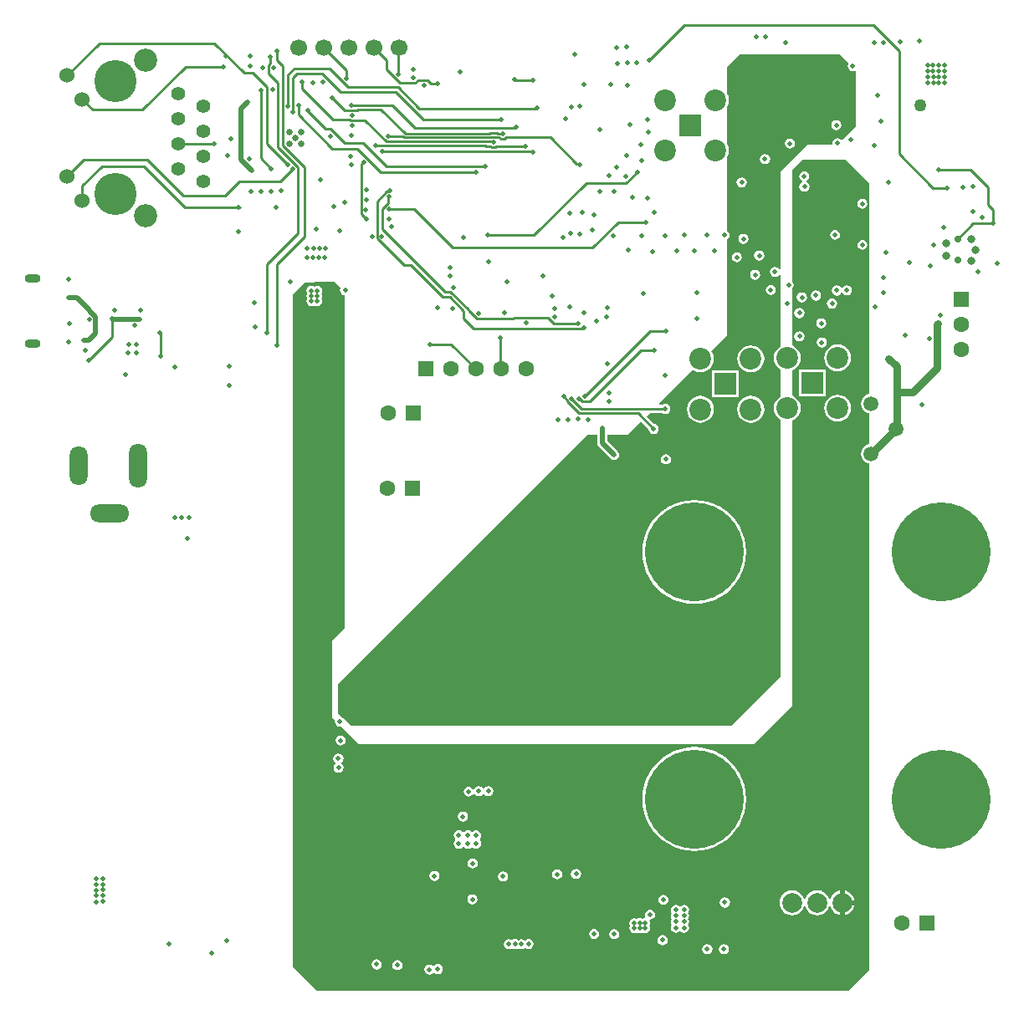
<source format=gbl>
G04*
G04 #@! TF.GenerationSoftware,Altium Limited,Altium Designer,21.2.1 (34)*
G04*
G04 Layer_Physical_Order=4*
G04 Layer_Color=16711680*
%FSAX24Y24*%
%MOIN*%
G70*
G04*
G04 #@! TF.SameCoordinates,274D9A25-BBB1-47C8-A32C-90C4575193A4*
G04*
G04*
G04 #@! TF.FilePolarity,Positive*
G04*
G01*
G75*
%ADD14C,0.0100*%
%ADD168C,0.0600*%
%ADD169C,0.0300*%
%ADD170C,0.0200*%
%ADD172C,0.0500*%
%ADD184C,0.0866*%
%ADD185R,0.0866X0.0866*%
%ADD186R,0.0630X0.0630*%
%ADD187C,0.0630*%
%ADD188C,0.0591*%
%ADD189R,0.0630X0.0630*%
%ADD190C,0.0276*%
%ADD191C,0.0315*%
%ADD192C,0.0669*%
%ADD193O,0.0630X0.0354*%
%ADD194O,0.0709X0.1575*%
%ADD195O,0.1575X0.0709*%
%ADD196O,0.0709X0.1772*%
%ADD197C,0.3937*%
%ADD198C,0.0787*%
%ADD199C,0.0602*%
%ADD200C,0.0550*%
%ADD201C,0.0927*%
%ADD202C,0.1680*%
%ADD203C,0.0197*%
%ADD204C,0.0260*%
%ADD205C,0.0500*%
G36*
X048479Y052761D02*
X048463Y052737D01*
X048448Y052660D01*
X048463Y052583D01*
X048507Y052517D01*
X048573Y052473D01*
X048650Y052458D01*
X048710Y052470D01*
X048752Y052444D01*
X048760Y052435D01*
Y050250D01*
X048225Y049715D01*
X048175Y049720D01*
X048173Y049723D01*
X048107Y049767D01*
X048030Y049782D01*
X047953Y049767D01*
X047887Y049723D01*
X047843Y049657D01*
X047828Y049580D01*
X047830Y049569D01*
X047798Y049530D01*
X046840D01*
X045770Y048460D01*
X045770Y044573D01*
X045720Y044558D01*
X045694Y044597D01*
X045628Y044641D01*
X045551Y044656D01*
X045473Y044641D01*
X045408Y044597D01*
X045364Y044532D01*
X045349Y044454D01*
X045364Y044377D01*
X045408Y044311D01*
X045473Y044267D01*
X045551Y044252D01*
X045628Y044267D01*
X045694Y044311D01*
X045720Y044350D01*
X045770Y044335D01*
Y041491D01*
X045767Y041490D01*
X045656Y041404D01*
X045570Y041293D01*
X045517Y041163D01*
X045498Y041024D01*
X045517Y040885D01*
X045570Y040755D01*
X045656Y040644D01*
X045767Y040558D01*
X045770Y040557D01*
Y039483D01*
X045767Y039482D01*
X045656Y039396D01*
X045570Y039285D01*
X045517Y039155D01*
X045498Y039016D01*
X045517Y038877D01*
X045570Y038747D01*
X045656Y038636D01*
X045767Y038550D01*
X045770Y038549D01*
X045770Y028320D01*
X043810Y026360D01*
X028650Y026360D01*
X028365Y026645D01*
X028353Y026663D01*
X028335Y026675D01*
X028150Y026860D01*
Y028040D01*
X038070Y037960D01*
X038466D01*
Y037630D01*
X038482Y037552D01*
X038526Y037486D01*
X038996Y037016D01*
X039062Y036972D01*
X039140Y036956D01*
X039218Y036972D01*
X039284Y037016D01*
X039328Y037082D01*
X039344Y037160D01*
X039328Y037238D01*
X039284Y037304D01*
X038874Y037714D01*
Y037960D01*
X039690D01*
X040207Y038477D01*
X040511Y038173D01*
X040523Y038113D01*
X040567Y038047D01*
X040633Y038003D01*
X040710Y037988D01*
X040787Y038003D01*
X040853Y038047D01*
X040897Y038113D01*
X040912Y038190D01*
X040897Y038267D01*
X040853Y038333D01*
X040787Y038377D01*
X040727Y038389D01*
X040423Y038693D01*
X040567Y038837D01*
X041052D01*
X041103Y038803D01*
X041180Y038788D01*
X041257Y038803D01*
X041323Y038847D01*
X041367Y038913D01*
X041382Y038990D01*
X041367Y039067D01*
X041323Y039133D01*
X041257Y039177D01*
X041180Y039192D01*
X041103Y039177D01*
X041052Y039143D01*
X040938D01*
X040919Y039189D01*
X042274Y040544D01*
X042307Y040518D01*
X042437Y040465D01*
X042576Y040446D01*
X042715Y040465D01*
X042845Y040518D01*
X042956Y040604D01*
X043042Y040715D01*
X043095Y040845D01*
X043114Y040984D01*
X043095Y041123D01*
X043042Y041253D01*
X043016Y041286D01*
X043640Y041910D01*
X043640Y045748D01*
X043683Y045777D01*
X043727Y045843D01*
X043742Y045920D01*
X043727Y045997D01*
X043683Y046063D01*
X043640Y046092D01*
Y049028D01*
X043693Y049157D01*
X043712Y049296D01*
X043693Y049435D01*
X043640Y049564D01*
Y051036D01*
X043693Y051165D01*
X043712Y051304D01*
X043693Y051443D01*
X043640Y051572D01*
Y051970D01*
Y052600D01*
X044150Y053110D01*
X048130D01*
X048479Y052761D01*
D02*
G37*
G36*
X049310Y047990D02*
Y039589D01*
X049277Y039585D01*
X049181Y039545D01*
X049098Y039482D01*
X049035Y039399D01*
X048995Y039303D01*
X048981Y039200D01*
X048995Y039097D01*
X049035Y039001D01*
X049098Y038918D01*
X049181Y038855D01*
X049277Y038815D01*
X049310Y038811D01*
Y037589D01*
X049277Y037585D01*
X049181Y037545D01*
X049098Y037482D01*
X049035Y037399D01*
X048995Y037303D01*
X048981Y037200D01*
X048995Y037097D01*
X049035Y037001D01*
X049098Y036918D01*
X049181Y036855D01*
X049277Y036815D01*
X049310Y036811D01*
X049310Y016610D01*
X048490Y015790D01*
X027290D01*
X026350Y016730D01*
Y043560D01*
X026830Y044040D01*
X027540Y044050D01*
X028010D01*
X028245Y043815D01*
X028234Y043798D01*
X028218Y043721D01*
X028234Y043643D01*
X028277Y043577D01*
X028343Y043534D01*
X028390Y043524D01*
Y030260D01*
X027890Y029760D01*
Y026700D01*
X028018Y026572D01*
X028008Y026520D01*
X028023Y026443D01*
X028067Y026377D01*
X028133Y026333D01*
X028210Y026318D01*
X028262Y026328D01*
X028970Y025620D01*
X044710Y025620D01*
X046230Y027140D01*
Y038519D01*
X046305Y038550D01*
X046416Y038636D01*
X046502Y038747D01*
X046555Y038877D01*
X046574Y039016D01*
X046555Y039155D01*
X046502Y039285D01*
X046416Y039396D01*
X046305Y039482D01*
X046230Y039513D01*
Y040527D01*
X046305Y040558D01*
X046416Y040644D01*
X046502Y040755D01*
X046555Y040885D01*
X046574Y041024D01*
X046555Y041163D01*
X046502Y041293D01*
X046416Y041404D01*
X046305Y041490D01*
X046230Y041521D01*
Y043785D01*
X046233Y043787D01*
X046277Y043853D01*
X046292Y043930D01*
X046277Y044007D01*
X046233Y044073D01*
X046230Y044075D01*
Y048520D01*
X046650Y048940D01*
X048360Y048940D01*
X049310Y047990D01*
D02*
G37*
%LPC*%
G36*
X047990Y050502D02*
X047913Y050487D01*
X047847Y050443D01*
X047803Y050377D01*
X047788Y050300D01*
X047803Y050223D01*
X047847Y050157D01*
X047913Y050113D01*
X047990Y050098D01*
X048067Y050113D01*
X048133Y050157D01*
X048177Y050223D01*
X048192Y050300D01*
X048177Y050377D01*
X048133Y050443D01*
X048067Y050487D01*
X047990Y050502D01*
D02*
G37*
G36*
X046140Y049772D02*
X046063Y049757D01*
X045997Y049713D01*
X045953Y049647D01*
X045938Y049570D01*
X045953Y049493D01*
X045997Y049427D01*
X046063Y049383D01*
X046140Y049368D01*
X046217Y049383D01*
X046283Y049427D01*
X046327Y049493D01*
X046342Y049570D01*
X046327Y049647D01*
X046283Y049713D01*
X046217Y049757D01*
X046140Y049772D01*
D02*
G37*
G36*
X045150Y049152D02*
X045073Y049137D01*
X045007Y049093D01*
X044963Y049027D01*
X044948Y048950D01*
X044963Y048873D01*
X045007Y048807D01*
X045073Y048763D01*
X045150Y048748D01*
X045227Y048763D01*
X045293Y048807D01*
X045337Y048873D01*
X045352Y048950D01*
X045337Y049027D01*
X045293Y049093D01*
X045227Y049137D01*
X045150Y049152D01*
D02*
G37*
G36*
X044220Y048222D02*
X044143Y048207D01*
X044077Y048163D01*
X044033Y048097D01*
X044018Y048020D01*
X044033Y047943D01*
X044077Y047877D01*
X044143Y047833D01*
X044220Y047818D01*
X044297Y047833D01*
X044363Y047877D01*
X044407Y047943D01*
X044422Y048020D01*
X044407Y048097D01*
X044363Y048163D01*
X044297Y048207D01*
X044220Y048222D01*
D02*
G37*
G36*
X044290Y045972D02*
X044213Y045957D01*
X044147Y045913D01*
X044103Y045847D01*
X044088Y045770D01*
X044103Y045693D01*
X044147Y045627D01*
X044213Y045583D01*
X044290Y045568D01*
X044367Y045583D01*
X044433Y045627D01*
X044477Y045693D01*
X044492Y045770D01*
X044477Y045847D01*
X044433Y045913D01*
X044367Y045957D01*
X044290Y045972D01*
D02*
G37*
G36*
X044920Y045302D02*
X044843Y045287D01*
X044777Y045243D01*
X044733Y045177D01*
X044718Y045100D01*
X044733Y045023D01*
X044777Y044957D01*
X044843Y044913D01*
X044920Y044898D01*
X044997Y044913D01*
X045063Y044957D01*
X045107Y045023D01*
X045122Y045100D01*
X045107Y045177D01*
X045063Y045243D01*
X044997Y045287D01*
X044920Y045302D01*
D02*
G37*
G36*
X044030Y045242D02*
X043953Y045227D01*
X043887Y045183D01*
X043843Y045117D01*
X043828Y045040D01*
X043843Y044963D01*
X043887Y044897D01*
X043953Y044853D01*
X044030Y044838D01*
X044107Y044853D01*
X044173Y044897D01*
X044217Y044963D01*
X044232Y045040D01*
X044217Y045117D01*
X044173Y045183D01*
X044107Y045227D01*
X044030Y045242D01*
D02*
G37*
G36*
X044760Y044542D02*
X044683Y044527D01*
X044617Y044483D01*
X044573Y044417D01*
X044558Y044340D01*
X044573Y044263D01*
X044617Y044197D01*
X044683Y044153D01*
X044760Y044138D01*
X044837Y044153D01*
X044903Y044197D01*
X044947Y044263D01*
X044962Y044340D01*
X044947Y044417D01*
X044903Y044483D01*
X044837Y044527D01*
X044760Y044542D01*
D02*
G37*
G36*
X045380Y043932D02*
X045303Y043917D01*
X045237Y043873D01*
X045193Y043807D01*
X045178Y043730D01*
X045193Y043653D01*
X045237Y043587D01*
X045303Y043543D01*
X045380Y043528D01*
X045457Y043543D01*
X045523Y043587D01*
X045567Y043653D01*
X045582Y043730D01*
X045567Y043807D01*
X045523Y043873D01*
X045457Y043917D01*
X045380Y043932D01*
D02*
G37*
G36*
X044584Y041522D02*
X044445Y041503D01*
X044315Y041450D01*
X044204Y041364D01*
X044118Y041253D01*
X044065Y041123D01*
X044046Y040984D01*
X044065Y040845D01*
X044118Y040715D01*
X044204Y040604D01*
X044315Y040518D01*
X044445Y040465D01*
X044584Y040446D01*
X044723Y040465D01*
X044853Y040518D01*
X044964Y040604D01*
X045050Y040715D01*
X045103Y040845D01*
X045122Y040984D01*
X045103Y041123D01*
X045050Y041253D01*
X044964Y041364D01*
X044853Y041450D01*
X044723Y041503D01*
X044584Y041522D01*
D02*
G37*
G36*
X044113Y040513D02*
X043047D01*
Y039447D01*
X044113D01*
Y040513D01*
D02*
G37*
G36*
X044584Y039514D02*
X044445Y039495D01*
X044315Y039442D01*
X044204Y039356D01*
X044118Y039245D01*
X044065Y039115D01*
X044046Y038976D01*
X044065Y038837D01*
X044118Y038707D01*
X044204Y038596D01*
X044315Y038510D01*
X044445Y038457D01*
X044584Y038438D01*
X044723Y038457D01*
X044853Y038510D01*
X044964Y038596D01*
X045050Y038707D01*
X045103Y038837D01*
X045122Y038976D01*
X045103Y039115D01*
X045050Y039245D01*
X044964Y039356D01*
X044853Y039442D01*
X044723Y039495D01*
X044584Y039514D01*
D02*
G37*
G36*
X042576D02*
X042437Y039495D01*
X042307Y039442D01*
X042196Y039356D01*
X042110Y039245D01*
X042057Y039115D01*
X042038Y038976D01*
X042057Y038837D01*
X042110Y038707D01*
X042196Y038596D01*
X042307Y038510D01*
X042437Y038457D01*
X042576Y038438D01*
X042715Y038457D01*
X042845Y038510D01*
X042956Y038596D01*
X043042Y038707D01*
X043095Y038837D01*
X043114Y038976D01*
X043095Y039115D01*
X043042Y039245D01*
X042956Y039356D01*
X042845Y039442D01*
X042715Y039495D01*
X042576Y039514D01*
D02*
G37*
G36*
X041200Y037182D02*
X041123Y037167D01*
X041057Y037123D01*
X041013Y037057D01*
X040998Y036980D01*
X041013Y036903D01*
X041057Y036837D01*
X041123Y036793D01*
X041200Y036778D01*
X041277Y036793D01*
X041343Y036837D01*
X041387Y036903D01*
X041402Y036980D01*
X041387Y037057D01*
X041343Y037123D01*
X041277Y037167D01*
X041200Y037182D01*
D02*
G37*
G36*
X042327Y035355D02*
X042057Y035338D01*
X041791Y035285D01*
X041534Y035198D01*
X041291Y035078D01*
X041066Y034927D01*
X040862Y034748D01*
X040683Y034544D01*
X040532Y034319D01*
X040412Y034076D01*
X040325Y033819D01*
X040272Y033553D01*
X040255Y033283D01*
X040272Y033012D01*
X040325Y032746D01*
X040412Y032489D01*
X040532Y032246D01*
X040683Y032021D01*
X040862Y031817D01*
X041066Y031638D01*
X041291Y031487D01*
X041534Y031367D01*
X041791Y031280D01*
X042057Y031227D01*
X042327Y031210D01*
X042598Y031227D01*
X042864Y031280D01*
X043121Y031367D01*
X043364Y031487D01*
X043589Y031638D01*
X043793Y031817D01*
X043972Y032021D01*
X044123Y032246D01*
X044243Y032489D01*
X044330Y032746D01*
X044383Y033012D01*
X044400Y033283D01*
X044383Y033553D01*
X044330Y033819D01*
X044243Y034076D01*
X044123Y034319D01*
X043972Y034544D01*
X043793Y034748D01*
X043589Y034927D01*
X043364Y035078D01*
X043121Y035198D01*
X042864Y035285D01*
X042598Y035338D01*
X042327Y035355D01*
D02*
G37*
G36*
X046710Y048462D02*
X046633Y048447D01*
X046567Y048403D01*
X046523Y048337D01*
X046508Y048260D01*
X046523Y048183D01*
X046567Y048117D01*
X046622Y048080D01*
X046626Y048040D01*
X046623Y048024D01*
X046577Y047993D01*
X046533Y047927D01*
X046518Y047850D01*
X046533Y047773D01*
X046577Y047707D01*
X046643Y047663D01*
X046720Y047648D01*
X046797Y047663D01*
X046863Y047707D01*
X046907Y047773D01*
X046922Y047850D01*
X046907Y047927D01*
X046863Y047993D01*
X046808Y048030D01*
X046804Y048070D01*
X046807Y048086D01*
X046853Y048117D01*
X046897Y048183D01*
X046912Y048260D01*
X046897Y048337D01*
X046853Y048403D01*
X046787Y048447D01*
X046710Y048462D01*
D02*
G37*
G36*
X049030Y047372D02*
X048953Y047357D01*
X048887Y047313D01*
X048843Y047247D01*
X048828Y047170D01*
X048843Y047093D01*
X048887Y047027D01*
X048953Y046983D01*
X049030Y046968D01*
X049107Y046983D01*
X049173Y047027D01*
X049217Y047093D01*
X049232Y047170D01*
X049217Y047247D01*
X049173Y047313D01*
X049107Y047357D01*
X049030Y047372D01*
D02*
G37*
G36*
X047940Y046132D02*
X047863Y046117D01*
X047797Y046073D01*
X047753Y046007D01*
X047738Y045930D01*
X047753Y045853D01*
X047797Y045787D01*
X047863Y045743D01*
X047940Y045728D01*
X048017Y045743D01*
X048083Y045787D01*
X048127Y045853D01*
X048142Y045930D01*
X048127Y046007D01*
X048083Y046073D01*
X048017Y046117D01*
X047940Y046132D01*
D02*
G37*
G36*
X049030Y045732D02*
X048953Y045717D01*
X048887Y045673D01*
X048843Y045607D01*
X048828Y045530D01*
X048843Y045453D01*
X048887Y045387D01*
X048953Y045343D01*
X049030Y045328D01*
X049107Y045343D01*
X049173Y045387D01*
X049217Y045453D01*
X049232Y045530D01*
X049217Y045607D01*
X049173Y045673D01*
X049107Y045717D01*
X049030Y045732D01*
D02*
G37*
G36*
X027300Y043902D02*
X027223Y043887D01*
X027190Y043865D01*
X027157Y043887D01*
X027080Y043902D01*
X027003Y043887D01*
X026937Y043843D01*
X026893Y043777D01*
X026878Y043700D01*
X026893Y043623D01*
X026912Y043595D01*
X026893Y043567D01*
X026878Y043490D01*
X026893Y043413D01*
X026908Y043390D01*
X026893Y043367D01*
X026878Y043290D01*
X026893Y043213D01*
X026937Y043147D01*
X027003Y043103D01*
X027080Y043088D01*
X027157Y043103D01*
X027190Y043125D01*
X027223Y043103D01*
X027300Y043088D01*
X027377Y043103D01*
X027443Y043147D01*
X027487Y043213D01*
X027502Y043290D01*
X027487Y043367D01*
X027472Y043390D01*
X027487Y043413D01*
X027502Y043490D01*
X027487Y043567D01*
X027468Y043595D01*
X027487Y043623D01*
X027502Y043700D01*
X027487Y043777D01*
X027443Y043843D01*
X027377Y043887D01*
X027300Y043902D01*
D02*
G37*
G36*
X048410Y043922D02*
X048333Y043907D01*
X048267Y043863D01*
X048237Y043818D01*
X048180Y043814D01*
X048179Y043814D01*
X048153Y043853D01*
X048087Y043897D01*
X048010Y043912D01*
X047933Y043897D01*
X047867Y043853D01*
X047823Y043787D01*
X047808Y043710D01*
X047823Y043633D01*
X047867Y043567D01*
X047933Y043523D01*
X048010Y043508D01*
X048087Y043523D01*
X048153Y043567D01*
X048183Y043612D01*
X048240Y043616D01*
X048241Y043616D01*
X048267Y043577D01*
X048333Y043533D01*
X048410Y043518D01*
X048487Y043533D01*
X048553Y043577D01*
X048597Y043643D01*
X048612Y043720D01*
X048597Y043797D01*
X048553Y043863D01*
X048487Y043907D01*
X048410Y043922D01*
D02*
G37*
G36*
X047180Y043712D02*
X047103Y043697D01*
X047037Y043653D01*
X046993Y043587D01*
X046978Y043510D01*
X046993Y043433D01*
X047037Y043367D01*
X047103Y043323D01*
X047180Y043308D01*
X047257Y043323D01*
X047323Y043367D01*
X047367Y043433D01*
X047382Y043510D01*
X047367Y043587D01*
X047323Y043653D01*
X047257Y043697D01*
X047180Y043712D01*
D02*
G37*
G36*
X046620Y043642D02*
X046543Y043627D01*
X046477Y043583D01*
X046433Y043517D01*
X046418Y043440D01*
X046433Y043363D01*
X046477Y043297D01*
X046543Y043253D01*
X046620Y043238D01*
X046697Y043253D01*
X046763Y043297D01*
X046807Y043363D01*
X046822Y043440D01*
X046807Y043517D01*
X046763Y043583D01*
X046697Y043627D01*
X046620Y043642D01*
D02*
G37*
G36*
X047820Y043392D02*
X047743Y043377D01*
X047677Y043333D01*
X047633Y043267D01*
X047618Y043190D01*
X047633Y043113D01*
X047677Y043047D01*
X047743Y043003D01*
X047820Y042988D01*
X047897Y043003D01*
X047963Y043047D01*
X048007Y043113D01*
X048022Y043190D01*
X048007Y043267D01*
X047963Y043333D01*
X047897Y043377D01*
X047820Y043392D01*
D02*
G37*
G36*
X046520Y043012D02*
X046443Y042997D01*
X046377Y042953D01*
X046333Y042887D01*
X046318Y042810D01*
X046333Y042733D01*
X046377Y042667D01*
X046443Y042623D01*
X046520Y042608D01*
X046597Y042623D01*
X046663Y042667D01*
X046707Y042733D01*
X046722Y042810D01*
X046707Y042887D01*
X046663Y042953D01*
X046597Y042997D01*
X046520Y043012D01*
D02*
G37*
G36*
X047390Y042602D02*
X047313Y042587D01*
X047247Y042543D01*
X047203Y042477D01*
X047188Y042400D01*
X047203Y042323D01*
X047247Y042257D01*
X047313Y042213D01*
X047390Y042198D01*
X047467Y042213D01*
X047533Y042257D01*
X047577Y042323D01*
X047592Y042400D01*
X047577Y042477D01*
X047533Y042543D01*
X047467Y042587D01*
X047390Y042602D01*
D02*
G37*
G36*
X046520Y042082D02*
X046443Y042067D01*
X046377Y042023D01*
X046333Y041957D01*
X046318Y041880D01*
X046333Y041803D01*
X046377Y041737D01*
X046443Y041693D01*
X046520Y041678D01*
X046597Y041693D01*
X046663Y041737D01*
X046707Y041803D01*
X046722Y041880D01*
X046707Y041957D01*
X046663Y042023D01*
X046597Y042067D01*
X046520Y042082D01*
D02*
G37*
G36*
X047410Y041842D02*
X047333Y041827D01*
X047267Y041783D01*
X047223Y041717D01*
X047208Y041640D01*
X047223Y041563D01*
X047267Y041497D01*
X047333Y041453D01*
X047410Y041438D01*
X047487Y041453D01*
X047553Y041497D01*
X047597Y041563D01*
X047612Y041640D01*
X047597Y041717D01*
X047553Y041783D01*
X047487Y041827D01*
X047410Y041842D01*
D02*
G37*
G36*
X048044Y041562D02*
X047905Y041543D01*
X047775Y041490D01*
X047664Y041404D01*
X047578Y041293D01*
X047525Y041163D01*
X047506Y041024D01*
X047525Y040885D01*
X047578Y040755D01*
X047664Y040644D01*
X047775Y040558D01*
X047905Y040505D01*
X048044Y040486D01*
X048183Y040505D01*
X048313Y040558D01*
X048424Y040644D01*
X048510Y040755D01*
X048563Y040885D01*
X048582Y041024D01*
X048563Y041163D01*
X048510Y041293D01*
X048424Y041404D01*
X048313Y041490D01*
X048183Y041543D01*
X048044Y041562D01*
D02*
G37*
G36*
X047573Y040553D02*
X046507D01*
Y039487D01*
X047573D01*
Y040553D01*
D02*
G37*
G36*
X048044Y039554D02*
X047905Y039535D01*
X047775Y039482D01*
X047664Y039396D01*
X047578Y039285D01*
X047525Y039155D01*
X047506Y039016D01*
X047525Y038877D01*
X047578Y038747D01*
X047664Y038636D01*
X047775Y038550D01*
X047905Y038497D01*
X048044Y038478D01*
X048183Y038497D01*
X048313Y038550D01*
X048424Y038636D01*
X048510Y038747D01*
X048563Y038877D01*
X048582Y039016D01*
X048563Y039155D01*
X048510Y039285D01*
X048424Y039396D01*
X048313Y039482D01*
X048183Y039535D01*
X048044Y039554D01*
D02*
G37*
G36*
X028240Y025972D02*
X028163Y025957D01*
X028097Y025913D01*
X028053Y025847D01*
X028038Y025770D01*
X028053Y025693D01*
X028097Y025627D01*
X028163Y025583D01*
X028240Y025568D01*
X028317Y025583D01*
X028383Y025627D01*
X028427Y025693D01*
X028442Y025770D01*
X028427Y025847D01*
X028383Y025913D01*
X028317Y025957D01*
X028240Y025972D01*
D02*
G37*
G36*
X028150Y025252D02*
X028073Y025237D01*
X028007Y025193D01*
X027963Y025127D01*
X027948Y025050D01*
X027963Y024973D01*
X028007Y024907D01*
X028030Y024892D01*
Y024832D01*
X028017Y024823D01*
X027973Y024757D01*
X027958Y024680D01*
X027973Y024603D01*
X028017Y024537D01*
X028083Y024493D01*
X028160Y024478D01*
X028237Y024493D01*
X028303Y024537D01*
X028347Y024603D01*
X028362Y024680D01*
X028347Y024757D01*
X028303Y024823D01*
X028280Y024838D01*
Y024898D01*
X028293Y024907D01*
X028337Y024973D01*
X028352Y025050D01*
X028337Y025127D01*
X028293Y025193D01*
X028227Y025237D01*
X028150Y025252D01*
D02*
G37*
G36*
X034120Y023952D02*
X034043Y023937D01*
X033977Y023893D01*
X033960Y023868D01*
X033910D01*
X033893Y023893D01*
X033827Y023937D01*
X033750Y023952D01*
X033673Y023937D01*
X033607Y023893D01*
X033568Y023835D01*
X033534Y023828D01*
X033512Y023829D01*
X033483Y023873D01*
X033417Y023917D01*
X033340Y023932D01*
X033263Y023917D01*
X033197Y023873D01*
X033153Y023807D01*
X033138Y023730D01*
X033153Y023653D01*
X033197Y023587D01*
X033263Y023543D01*
X033340Y023528D01*
X033417Y023543D01*
X033483Y023587D01*
X033522Y023645D01*
X033556Y023652D01*
X033578Y023651D01*
X033607Y023607D01*
X033673Y023563D01*
X033750Y023548D01*
X033827Y023563D01*
X033893Y023607D01*
X033910Y023632D01*
X033960D01*
X033977Y023607D01*
X034043Y023563D01*
X034120Y023548D01*
X034197Y023563D01*
X034263Y023607D01*
X034307Y023673D01*
X034322Y023750D01*
X034307Y023827D01*
X034263Y023893D01*
X034197Y023937D01*
X034120Y023952D01*
D02*
G37*
G36*
X033110Y022942D02*
X033033Y022927D01*
X032967Y022883D01*
X032923Y022817D01*
X032908Y022740D01*
X032923Y022663D01*
X032967Y022597D01*
X033033Y022553D01*
X033110Y022538D01*
X033187Y022553D01*
X033253Y022597D01*
X033297Y022663D01*
X033312Y022740D01*
X033297Y022817D01*
X033253Y022883D01*
X033187Y022927D01*
X033110Y022942D01*
D02*
G37*
G36*
X033640Y022192D02*
X033563Y022177D01*
X033497Y022133D01*
X033453D01*
X033387Y022177D01*
X033310Y022192D01*
X033233Y022177D01*
X033167Y022133D01*
X033155Y022115D01*
X033105D01*
X033093Y022133D01*
X033027Y022177D01*
X032950Y022192D01*
X032873Y022177D01*
X032807Y022133D01*
X032763Y022067D01*
X032748Y021990D01*
X032763Y021913D01*
X032807Y021847D01*
Y021803D01*
X032763Y021737D01*
X032748Y021660D01*
X032763Y021583D01*
X032807Y021517D01*
X032873Y021473D01*
X032950Y021458D01*
X033027Y021473D01*
X033093Y021517D01*
X033102Y021530D01*
X033152D01*
X033167Y021507D01*
X033233Y021463D01*
X033310Y021448D01*
X033387Y021463D01*
X033453Y021507D01*
X033513Y021506D01*
X033563Y021473D01*
X033640Y021458D01*
X033717Y021473D01*
X033783Y021517D01*
X033827Y021583D01*
X033842Y021660D01*
X033827Y021737D01*
X033791Y021792D01*
X033786Y021825D01*
X033791Y021858D01*
X033827Y021913D01*
X033842Y021990D01*
X033827Y022067D01*
X033783Y022133D01*
X033717Y022177D01*
X033640Y022192D01*
D02*
G37*
G36*
X042327Y025513D02*
X042057Y025495D01*
X041791Y025442D01*
X041534Y025355D01*
X041291Y025235D01*
X041066Y025085D01*
X040862Y024906D01*
X040683Y024702D01*
X040532Y024476D01*
X040412Y024233D01*
X040325Y023977D01*
X040272Y023711D01*
X040255Y023440D01*
X040272Y023169D01*
X040325Y022903D01*
X040412Y022647D01*
X040532Y022404D01*
X040683Y022178D01*
X040862Y021974D01*
X041066Y021795D01*
X041291Y021645D01*
X041534Y021525D01*
X041791Y021438D01*
X042057Y021385D01*
X042327Y021367D01*
X042598Y021385D01*
X042864Y021438D01*
X043121Y021525D01*
X043364Y021645D01*
X043589Y021795D01*
X043793Y021974D01*
X043972Y022178D01*
X044123Y022404D01*
X044243Y022647D01*
X044330Y022903D01*
X044383Y023169D01*
X044400Y023440D01*
X044383Y023711D01*
X044330Y023977D01*
X044243Y024233D01*
X044123Y024476D01*
X043972Y024702D01*
X043793Y024906D01*
X043589Y025085D01*
X043364Y025235D01*
X043121Y025355D01*
X042864Y025442D01*
X042598Y025495D01*
X042327Y025513D01*
D02*
G37*
G36*
X033500Y021072D02*
X033423Y021057D01*
X033357Y021013D01*
X033313Y020947D01*
X033298Y020870D01*
X033313Y020793D01*
X033357Y020727D01*
X033423Y020683D01*
X033500Y020668D01*
X033577Y020683D01*
X033643Y020727D01*
X033687Y020793D01*
X033702Y020870D01*
X033687Y020947D01*
X033643Y021013D01*
X033577Y021057D01*
X033500Y021072D01*
D02*
G37*
G36*
X037620Y020652D02*
X037543Y020637D01*
X037477Y020593D01*
X037433Y020527D01*
X037418Y020450D01*
X037433Y020373D01*
X037477Y020307D01*
X037543Y020263D01*
X037620Y020248D01*
X037697Y020263D01*
X037763Y020307D01*
X037807Y020373D01*
X037822Y020450D01*
X037807Y020527D01*
X037763Y020593D01*
X037697Y020637D01*
X037620Y020652D01*
D02*
G37*
G36*
X036870Y020642D02*
X036793Y020627D01*
X036727Y020583D01*
X036683Y020517D01*
X036668Y020440D01*
X036683Y020363D01*
X036727Y020297D01*
X036793Y020253D01*
X036870Y020238D01*
X036947Y020253D01*
X037013Y020297D01*
X037057Y020363D01*
X037072Y020440D01*
X037057Y020517D01*
X037013Y020583D01*
X036947Y020627D01*
X036870Y020642D01*
D02*
G37*
G36*
X031980Y020572D02*
X031903Y020557D01*
X031837Y020513D01*
X031793Y020447D01*
X031778Y020370D01*
X031793Y020293D01*
X031837Y020227D01*
X031903Y020183D01*
X031980Y020168D01*
X032057Y020183D01*
X032123Y020227D01*
X032167Y020293D01*
X032182Y020370D01*
X032167Y020447D01*
X032123Y020513D01*
X032057Y020557D01*
X031980Y020572D01*
D02*
G37*
G36*
X034710Y020552D02*
X034633Y020537D01*
X034567Y020493D01*
X034523Y020427D01*
X034508Y020350D01*
X034523Y020273D01*
X034567Y020207D01*
X034633Y020163D01*
X034710Y020148D01*
X034787Y020163D01*
X034853Y020207D01*
X034897Y020273D01*
X034912Y020350D01*
X034897Y020427D01*
X034853Y020493D01*
X034787Y020537D01*
X034710Y020552D01*
D02*
G37*
G36*
X047225Y019804D02*
X047096Y019787D01*
X046976Y019737D01*
X046873Y019658D01*
X046794Y019555D01*
X046752Y019454D01*
X046698D01*
X046656Y019555D01*
X046577Y019658D01*
X046474Y019737D01*
X046354Y019787D01*
X046225Y019804D01*
X046096Y019787D01*
X045976Y019737D01*
X045873Y019658D01*
X045794Y019555D01*
X045744Y019435D01*
X045727Y019306D01*
X045744Y019177D01*
X045794Y019057D01*
X045873Y018954D01*
X045976Y018875D01*
X046096Y018825D01*
X046225Y018808D01*
X046354Y018825D01*
X046474Y018875D01*
X046577Y018954D01*
X046656Y019057D01*
X046698Y019158D01*
X046752D01*
X046794Y019057D01*
X046873Y018954D01*
X046976Y018875D01*
X047096Y018825D01*
X047225Y018808D01*
X047354Y018825D01*
X047474Y018875D01*
X047577Y018954D01*
X047656Y019057D01*
X047698Y019158D01*
X047752D01*
X047794Y019057D01*
X047873Y018954D01*
X047976Y018875D01*
X048096Y018825D01*
X048125Y018821D01*
Y019306D01*
Y019791D01*
X048096Y019787D01*
X047976Y019737D01*
X047873Y019658D01*
X047794Y019555D01*
X047752Y019454D01*
X047698D01*
X047656Y019555D01*
X047577Y019658D01*
X047474Y019737D01*
X047354Y019787D01*
X047225Y019804D01*
D02*
G37*
G36*
X048325Y019791D02*
Y019406D01*
X048710D01*
X048706Y019435D01*
X048656Y019555D01*
X048577Y019658D01*
X048474Y019737D01*
X048354Y019787D01*
X048325Y019791D01*
D02*
G37*
G36*
X033490Y019642D02*
X033413Y019627D01*
X033347Y019583D01*
X033303Y019517D01*
X033288Y019440D01*
X033303Y019363D01*
X033347Y019297D01*
X033413Y019253D01*
X033490Y019238D01*
X033567Y019253D01*
X033633Y019297D01*
X033677Y019363D01*
X033692Y019440D01*
X033677Y019517D01*
X033633Y019583D01*
X033567Y019627D01*
X033490Y019642D01*
D02*
G37*
G36*
X041100Y019622D02*
X041023Y019607D01*
X040957Y019563D01*
X040913Y019497D01*
X040898Y019420D01*
X040913Y019343D01*
X040957Y019277D01*
X041023Y019233D01*
X041100Y019218D01*
X041177Y019233D01*
X041243Y019277D01*
X041287Y019343D01*
X041302Y019420D01*
X041287Y019497D01*
X041243Y019563D01*
X041177Y019607D01*
X041100Y019622D01*
D02*
G37*
G36*
X041920Y019212D02*
X041843Y019197D01*
X041795Y019165D01*
X041760Y019157D01*
X041725Y019165D01*
X041677Y019197D01*
X041600Y019212D01*
X041523Y019197D01*
X041457Y019153D01*
X041413Y019087D01*
X041398Y019010D01*
X041413Y018933D01*
X041438Y018895D01*
X041413Y018857D01*
X041398Y018780D01*
X041413Y018703D01*
X041438Y018665D01*
X041413Y018627D01*
X041398Y018550D01*
X041413Y018473D01*
X041445Y018425D01*
X041413Y018377D01*
X041398Y018300D01*
X041413Y018223D01*
X041457Y018157D01*
X041523Y018113D01*
X041600Y018098D01*
X041677Y018113D01*
X041743Y018157D01*
X041777D01*
X041843Y018113D01*
X041920Y018098D01*
X041997Y018113D01*
X042063Y018157D01*
X042107Y018223D01*
X042122Y018300D01*
X042107Y018377D01*
X042075Y018425D01*
X042107Y018473D01*
X042122Y018550D01*
X042107Y018627D01*
X042082Y018665D01*
X042107Y018703D01*
X042122Y018780D01*
X042107Y018857D01*
X042082Y018895D01*
X042107Y018933D01*
X042122Y019010D01*
X042107Y019087D01*
X042063Y019153D01*
X041997Y019197D01*
X041920Y019212D01*
D02*
G37*
G36*
X043550Y019512D02*
X043473Y019497D01*
X043407Y019453D01*
X043363Y019387D01*
X043348Y019310D01*
X043363Y019233D01*
X043407Y019167D01*
X043473Y019123D01*
X043550Y019108D01*
X043627Y019123D01*
X043693Y019167D01*
X043737Y019233D01*
X043752Y019310D01*
X043737Y019387D01*
X043693Y019453D01*
X043627Y019497D01*
X043550Y019512D01*
D02*
G37*
G36*
X048710Y019206D02*
X048325D01*
Y018821D01*
X048354Y018825D01*
X048474Y018875D01*
X048577Y018954D01*
X048656Y019057D01*
X048706Y019177D01*
X048710Y019206D01*
D02*
G37*
G36*
X040570Y019032D02*
X040493Y019017D01*
X040427Y018973D01*
X040383Y018907D01*
X040368Y018830D01*
X040383Y018753D01*
X040392Y018739D01*
X040380Y018713D01*
X040364Y018691D01*
X040293Y018677D01*
X040265Y018658D01*
X040237Y018677D01*
X040160Y018692D01*
X040083Y018677D01*
X040050Y018655D01*
X040027Y018671D01*
X039950Y018686D01*
X039872Y018671D01*
X039807Y018627D01*
X039763Y018562D01*
X039747Y018484D01*
X039763Y018407D01*
X039776Y018387D01*
X039763Y018367D01*
X039748Y018290D01*
X039763Y018213D01*
X039807Y018147D01*
X039873Y018103D01*
X039950Y018088D01*
X040027Y018103D01*
X040055Y018122D01*
X040083Y018103D01*
X040160Y018088D01*
X040237Y018103D01*
X040265Y018122D01*
X040293Y018103D01*
X040370Y018088D01*
X040447Y018103D01*
X040513Y018147D01*
X040557Y018213D01*
X040572Y018290D01*
X040557Y018367D01*
X040542Y018390D01*
X040557Y018413D01*
X040572Y018490D01*
X040557Y018567D01*
X040548Y018581D01*
X040560Y018607D01*
X040576Y018629D01*
X040647Y018643D01*
X040713Y018687D01*
X040757Y018753D01*
X040772Y018830D01*
X040757Y018907D01*
X040713Y018973D01*
X040647Y019017D01*
X040570Y019032D01*
D02*
G37*
G36*
X038340Y018262D02*
X038263Y018247D01*
X038197Y018203D01*
X038153Y018137D01*
X038138Y018060D01*
X038153Y017983D01*
X038197Y017917D01*
X038263Y017873D01*
X038340Y017858D01*
X038417Y017873D01*
X038483Y017917D01*
X038527Y017983D01*
X038542Y018060D01*
X038527Y018137D01*
X038483Y018203D01*
X038417Y018247D01*
X038340Y018262D01*
D02*
G37*
G36*
X039140Y018252D02*
X039063Y018237D01*
X038997Y018193D01*
X038953Y018127D01*
X038938Y018050D01*
X038953Y017973D01*
X038997Y017907D01*
X039063Y017863D01*
X039140Y017848D01*
X039217Y017863D01*
X039283Y017907D01*
X039327Y017973D01*
X039342Y018050D01*
X039327Y018127D01*
X039283Y018193D01*
X039217Y018237D01*
X039140Y018252D01*
D02*
G37*
G36*
X035730Y017862D02*
X035653Y017847D01*
X035587Y017803D01*
X035584Y017799D01*
X035527Y017837D01*
X035450Y017852D01*
X035373Y017837D01*
X035327Y017807D01*
X035267Y017847D01*
X035190Y017862D01*
X035113Y017847D01*
X035058Y017810D01*
X035017Y017837D01*
X034940Y017852D01*
X034863Y017837D01*
X034797Y017793D01*
X034753Y017727D01*
X034738Y017650D01*
X034753Y017573D01*
X034797Y017507D01*
X034863Y017463D01*
X034940Y017448D01*
X035017Y017463D01*
X035072Y017500D01*
X035113Y017473D01*
X035190Y017458D01*
X035267Y017473D01*
X035313Y017503D01*
X035373Y017463D01*
X035450Y017448D01*
X035527Y017463D01*
X035593Y017507D01*
X035596Y017511D01*
X035653Y017473D01*
X035730Y017458D01*
X035807Y017473D01*
X035873Y017517D01*
X035917Y017583D01*
X035932Y017660D01*
X035917Y017737D01*
X035873Y017803D01*
X035807Y017847D01*
X035730Y017862D01*
D02*
G37*
G36*
X041070Y018012D02*
X040993Y017997D01*
X040927Y017953D01*
X040883Y017887D01*
X040868Y017810D01*
X040883Y017733D01*
X040927Y017667D01*
X040993Y017623D01*
X041070Y017608D01*
X041147Y017623D01*
X041213Y017667D01*
X041257Y017733D01*
X041272Y017810D01*
X041257Y017887D01*
X041213Y017953D01*
X041147Y017997D01*
X041070Y018012D01*
D02*
G37*
G36*
X043510Y017652D02*
X043433Y017637D01*
X043367Y017593D01*
X043323Y017527D01*
X043308Y017450D01*
X043323Y017373D01*
X043367Y017307D01*
X043433Y017263D01*
X043510Y017248D01*
X043587Y017263D01*
X043653Y017307D01*
X043697Y017373D01*
X043712Y017450D01*
X043697Y017527D01*
X043653Y017593D01*
X043587Y017637D01*
X043510Y017652D01*
D02*
G37*
G36*
X042850D02*
X042773Y017637D01*
X042707Y017593D01*
X042663Y017527D01*
X042648Y017450D01*
X042663Y017373D01*
X042707Y017307D01*
X042773Y017263D01*
X042850Y017248D01*
X042927Y017263D01*
X042993Y017307D01*
X043037Y017373D01*
X043052Y017450D01*
X043037Y017527D01*
X042993Y017593D01*
X042927Y017637D01*
X042850Y017652D01*
D02*
G37*
G36*
X032110Y016862D02*
X032033Y016847D01*
X031967Y016803D01*
X031966Y016802D01*
X031903Y016797D01*
X031857Y016827D01*
X031780Y016842D01*
X031703Y016827D01*
X031637Y016783D01*
X031593Y016717D01*
X031578Y016640D01*
X031593Y016563D01*
X031637Y016497D01*
X031703Y016453D01*
X031780Y016438D01*
X031857Y016453D01*
X031921Y016496D01*
X031963Y016517D01*
X031967D01*
X032033Y016473D01*
X032110Y016458D01*
X032187Y016473D01*
X032253Y016517D01*
X032297Y016583D01*
X032312Y016660D01*
X032297Y016737D01*
X032253Y016803D01*
X032187Y016847D01*
X032110Y016862D01*
D02*
G37*
G36*
X029675Y017047D02*
X029598Y017032D01*
X029532Y016988D01*
X029488Y016922D01*
X029473Y016845D01*
X029488Y016767D01*
X029532Y016702D01*
X029598Y016658D01*
X029675Y016642D01*
X029753Y016658D01*
X029818Y016702D01*
X029862Y016767D01*
X029878Y016845D01*
X029862Y016922D01*
X029818Y016988D01*
X029753Y017032D01*
X029675Y017047D01*
D02*
G37*
G36*
X030505Y017017D02*
X030428Y017002D01*
X030362Y016958D01*
X030318Y016892D01*
X030303Y016815D01*
X030318Y016738D01*
X030362Y016672D01*
X030428Y016628D01*
X030505Y016613D01*
X030582Y016628D01*
X030648Y016672D01*
X030692Y016738D01*
X030707Y016815D01*
X030692Y016892D01*
X030648Y016958D01*
X030582Y017002D01*
X030505Y017017D01*
D02*
G37*
%LPD*%
D14*
X029052Y048751D02*
X029075D01*
X029134Y048810D01*
X029160D01*
X029052Y046768D02*
Y048751D01*
Y046768D02*
X029270Y046550D01*
X041928Y054288D02*
X049462D01*
X040520Y052880D02*
X041928Y054288D01*
X039610Y047990D02*
X040060Y048440D01*
X038020Y047990D02*
X039610D01*
X029146Y049590D02*
X030066Y048670D01*
X033990D01*
X030520Y051810D02*
X031360Y050970D01*
X027794Y052560D02*
X028544Y051810D01*
X030520D01*
X030429Y051620D02*
X031539Y050510D01*
X027510Y052350D02*
X028240Y051620D01*
X030429D01*
X026490Y052350D02*
X027510D01*
X030067Y052514D02*
Y052893D01*
Y052514D02*
X030599Y051982D01*
X029560Y053400D02*
X030067Y052893D01*
X031842Y051965D02*
X032085D01*
X031701Y052105D02*
X031842Y051965D01*
X031336Y052105D02*
X031701D01*
X031212Y051982D02*
X031336Y052105D01*
X030599Y051982D02*
X031212D01*
X032085Y051965D02*
X032090Y051960D01*
X027560Y053400D02*
X028460Y052500D01*
Y052175D02*
Y052500D01*
X030545Y052347D02*
Y053385D01*
X030560Y053400D01*
X030530Y052332D02*
X030545Y052347D01*
X026400Y052560D02*
X027794D01*
X035949Y045919D02*
X038020Y047990D01*
X034107Y045919D02*
X035949D01*
X031790Y041570D02*
X032650D01*
X033150Y042600D02*
X033548Y042202D01*
X031038Y044712D02*
X032293Y043457D01*
X033150Y042600D02*
Y042900D01*
X033324Y042936D02*
X033669Y042590D01*
X033324Y042936D02*
Y042956D01*
X033669Y042590D02*
X035110D01*
X032400Y043670D02*
X032610D01*
X033324Y042956D01*
X029900Y046170D02*
X032400Y043670D01*
X029900Y046170D02*
Y046951D01*
X032593Y043457D02*
X033150Y042900D01*
X032293Y043457D02*
X032593D01*
X033548Y042202D02*
X037882D01*
X037920Y042240D01*
X029900Y046951D02*
X030145Y047196D01*
Y047429D02*
X030160Y047444D01*
X030145Y047196D02*
Y047429D01*
X030757Y044712D02*
X031038D01*
X029685Y045785D02*
X030757Y044712D01*
X030110Y047643D02*
X030159Y047691D01*
X030078Y047643D02*
X030110D01*
X029686Y045950D02*
Y047251D01*
X030159Y047691D02*
X030185D01*
X029686Y047251D02*
X030078Y047643D01*
X029685Y045949D02*
X029686Y045950D01*
X029685Y045785D02*
Y045949D01*
X035110Y042590D02*
X035160Y042640D01*
X036497D02*
X036736Y042400D01*
X035160Y042640D02*
X036497D01*
X036736Y042400D02*
X037700D01*
X030180Y046950D02*
X031160D01*
X032700Y045410D01*
X038280D01*
X039302Y046432D02*
X040390D01*
X038280Y045410D02*
X039302Y046432D01*
X031539Y050510D02*
X034620D01*
X030306Y051094D02*
X031210Y050190D01*
X035240D01*
X032650Y041570D02*
X033620Y040600D01*
X034605Y040615D02*
Y041825D01*
Y040615D02*
X034620Y040600D01*
X034590Y041840D02*
X034605Y041825D01*
X040090Y038810D02*
X040710Y038190D01*
X037252Y039308D02*
X037749Y038810D01*
X040090D01*
X037147Y039454D02*
Y039480D01*
Y039454D02*
X037252Y039349D01*
Y039308D02*
Y039349D01*
X037850Y038990D02*
X041180D01*
X037450Y039390D02*
X037850Y038990D01*
X038153Y039283D02*
X040210Y041340D01*
X040720D01*
X037753Y039400D02*
X037870Y039283D01*
X038153D01*
X037727Y039400D02*
X037753D01*
X037960Y039481D02*
X040568Y042090D01*
X041200D01*
X030729Y049848D02*
X030768Y049810D01*
X030140Y049848D02*
X030729D01*
X029830Y048430D02*
X033650D01*
X034493Y049960D02*
X034700D01*
X034569Y049810D02*
X034618Y049762D01*
X034431Y049810D02*
X034569D01*
X034831D02*
X036590D01*
X034618Y049762D02*
X034782D01*
X034831Y049810D01*
X030058Y049650D02*
X034330D01*
X034412Y049432D02*
X034432Y049452D01*
X034228D02*
X034248Y049432D01*
X034412D01*
X034432Y049452D02*
X035600D01*
X034048D02*
X034228D01*
X034412Y049828D02*
X034431Y049810D01*
X034248Y049828D02*
X034412D01*
X034167Y049960D02*
X034186Y049978D01*
X030830Y049960D02*
X034167D01*
X034229Y049810D02*
X034248Y049828D01*
X030768Y049810D02*
X034229D01*
X034186Y049978D02*
X034474D01*
X034493Y049960D01*
X035887Y049253D02*
X035900Y049240D01*
X029917Y049253D02*
X035887D01*
X029900Y049270D02*
X029917Y049253D01*
X029640Y049500D02*
X034000D01*
X034048Y049452D01*
X037751Y048749D02*
X037770Y048730D01*
X036590Y049810D02*
X037651Y048749D01*
X037751D01*
X026569Y050711D02*
X027905Y049375D01*
X028885D01*
X029830Y048430D01*
X028397Y049590D02*
X029146D01*
X027828Y050158D02*
X028397Y049590D01*
X026700Y051760D02*
X027930Y050530D01*
X028597D02*
X028628Y050498D01*
X029209D02*
X030058Y049650D01*
X027930Y050530D02*
X028597D01*
X028628Y050498D02*
X029209D01*
X026569Y050711D02*
Y051091D01*
X026700Y051760D02*
Y052030D01*
X029850Y050940D02*
X030830Y049960D01*
X035160Y052110D02*
X035165Y052105D01*
X035895D02*
X035900Y052100D01*
X035165Y052105D02*
X035895D01*
X027642Y050158D02*
X027828D01*
X026930Y050870D02*
X027642Y050158D01*
X028940Y050940D02*
X029850D01*
X028896Y050896D02*
X028940Y050940D01*
X028394Y050896D02*
X028896D01*
X027900Y051390D02*
X028394Y050896D01*
X028666Y051094D02*
X030306D01*
X031360Y050970D02*
X036030D01*
X026930Y050870D02*
Y050890D01*
X049462Y054288D02*
X050490Y053261D01*
Y049160D02*
X051850Y047800D01*
X052400D01*
X054240Y046380D02*
Y046920D01*
X054038Y047122D02*
X054240Y046920D01*
X054038Y047122D02*
Y047822D01*
X053450Y046380D02*
X054230D01*
X052830Y045760D02*
X053450Y046380D01*
X050490Y049160D02*
Y053261D01*
X053350Y048510D02*
X054038Y047822D01*
X052080Y048510D02*
X053350D01*
X025940Y049484D02*
Y052650D01*
X025700Y041520D02*
Y044760D01*
X026810Y045870D01*
Y048614D01*
X025940Y049484D02*
X026810Y048614D01*
X025738Y049442D02*
X026538Y048642D01*
X025738Y049442D02*
Y052002D01*
X026538Y047388D02*
Y048642D01*
X025700Y052890D02*
X025940Y052650D01*
X025700Y052890D02*
Y053260D01*
X025300Y042020D02*
Y044760D01*
X026530Y045990D01*
Y047380D01*
X026538Y047388D01*
X025377Y052363D02*
X025738Y052002D01*
X025377Y052363D02*
Y052687D01*
X025450Y052761D01*
Y053010D01*
X026348Y050838D02*
Y052208D01*
X026490Y052350D01*
X026150Y051060D02*
Y052310D01*
X026400Y052560D01*
X023200Y053570D02*
X024390Y052380D01*
X025310Y049550D02*
X026140Y048720D01*
X025310Y049550D02*
Y051820D01*
X025053Y048997D02*
Y051680D01*
Y048997D02*
X025475Y048575D01*
X024750Y052380D02*
X025310Y051820D01*
X026340Y050830D02*
X026348Y050838D01*
X020410Y048670D02*
X022040Y047040D01*
X018720Y048670D02*
X020410D01*
X017944Y047894D02*
X018720Y048670D01*
X020530Y048920D02*
X021970Y047480D01*
X017998Y048920D02*
X020530D01*
X017346Y048268D02*
X017998Y048920D01*
X022040Y047040D02*
X024220D01*
X021970Y047480D02*
X023620D01*
X017944Y047304D02*
Y047894D01*
X022080Y052640D02*
X023560D01*
X020350Y050910D02*
X022080Y052640D01*
X024390Y052380D02*
X024750D01*
X018632Y053570D02*
X023200D01*
X018354Y050910D02*
X020350D01*
X017944Y051320D02*
X018354Y050910D01*
X017346Y052284D02*
X018632Y053570D01*
X023620Y047480D02*
X024210Y048070D01*
X025850D01*
X026340Y048560D01*
X023187Y049547D02*
X023190Y049550D01*
X021778Y049547D02*
X023187D01*
X021775Y049544D02*
X021778Y049547D01*
X021060Y041100D02*
Y042010D01*
X021050Y042020D02*
X021060Y042010D01*
X019150Y041870D02*
Y042580D01*
X018190Y040910D02*
X019150Y041870D01*
D168*
X027410Y017740D02*
Y018410D01*
X027850Y042070D02*
Y043560D01*
X027400Y041620D02*
X027850Y042070D01*
X027400Y041620D02*
X027400Y018420D01*
D169*
X050390Y039670D02*
X051030D01*
X050390D02*
Y040680D01*
Y038210D02*
Y039670D01*
X050380Y038200D02*
X050390Y038210D01*
X050080Y040990D02*
X050390Y040680D01*
X052000Y040890D02*
Y042360D01*
X052020Y042380D01*
X051030Y039670D02*
X052000Y040640D01*
Y040890D01*
X049380Y037200D02*
X050380Y038200D01*
Y038200D01*
D170*
X038670Y037630D02*
Y038220D01*
Y037630D02*
X039140Y037160D01*
X024260Y048926D02*
X024697Y048489D01*
X024260Y048926D02*
Y049850D01*
Y050970D02*
X024520Y051230D01*
X024260Y049850D02*
Y050970D01*
X017390Y043410D02*
X017740D01*
X018240Y042910D01*
X018468Y042000D02*
Y042673D01*
X018188Y041720D02*
X018468Y042000D01*
X018010Y041720D02*
X018188D01*
X018240Y042901D02*
X018468Y042673D01*
X018240Y042901D02*
Y042910D01*
X019150Y042580D02*
X019170Y042560D01*
X020250D01*
D172*
X027410Y018410D02*
X027490Y018330D01*
X027400Y018420D02*
X027410Y018410D01*
D184*
X046036Y041024D02*
D03*
X048044D02*
D03*
Y039016D02*
D03*
X046036D02*
D03*
X043174Y051304D02*
D03*
X041166D02*
D03*
Y049296D02*
D03*
X043174D02*
D03*
X044584Y038976D02*
D03*
X042576D02*
D03*
Y040984D02*
D03*
X044584D02*
D03*
D185*
X047040Y040020D02*
D03*
X042170Y050300D02*
D03*
X043580Y039980D02*
D03*
D186*
X052980Y043360D02*
D03*
D187*
Y042360D02*
D03*
Y041360D02*
D03*
X033620Y040600D02*
D03*
X032620D02*
D03*
X034620D02*
D03*
X035620D02*
D03*
X050600Y018480D02*
D03*
X030120Y038840D02*
D03*
X030090Y035840D02*
D03*
D188*
X049380Y039200D02*
D03*
X050380Y038200D02*
D03*
X049380Y037200D02*
D03*
D189*
X031620Y040600D02*
D03*
X051600Y018480D02*
D03*
X031120Y038840D02*
D03*
X031090Y035840D02*
D03*
D190*
X052830Y044913D02*
D03*
Y045760D02*
D03*
D191*
X053353Y044903D02*
D03*
X053530Y045336D02*
D03*
X052370Y045586D02*
D03*
X053353Y045769D02*
D03*
X052356Y045103D02*
D03*
D192*
X029560Y053400D02*
D03*
X026560D02*
D03*
X027560D02*
D03*
X028560D02*
D03*
X030560D02*
D03*
D193*
X015955Y044189D02*
D03*
Y041591D02*
D03*
D194*
X017790Y036720D02*
D03*
D195*
X019030Y034830D02*
D03*
D196*
X020172Y036720D02*
D03*
D197*
X052170Y023440D02*
D03*
Y033283D02*
D03*
X042327D02*
D03*
Y023440D02*
D03*
D198*
X046225Y019306D02*
D03*
X047225D02*
D03*
X048225D02*
D03*
D199*
X017346Y048268D02*
D03*
X017944Y051320D02*
D03*
Y047304D02*
D03*
X017346Y052284D02*
D03*
D200*
X021775Y049544D02*
D03*
X022775Y050044D02*
D03*
Y049044D02*
D03*
X021775Y050544D02*
D03*
Y048544D02*
D03*
X022775Y051044D02*
D03*
Y048044D02*
D03*
X021775Y051544D02*
D03*
D201*
X020476Y046694D02*
D03*
Y052894D02*
D03*
D202*
X019275Y047544D02*
D03*
Y052044D02*
D03*
D203*
X027630Y017740D02*
D03*
X027210Y017940D02*
D03*
X027420D02*
D03*
Y018150D02*
D03*
X027730Y043240D02*
D03*
Y043440D02*
D03*
X027950Y043240D02*
D03*
Y043650D02*
D03*
Y043440D02*
D03*
X027220Y017740D02*
D03*
X027430D02*
D03*
X036870Y020440D02*
D03*
X037620Y020450D02*
D03*
X039140Y018050D02*
D03*
X038340Y018060D02*
D03*
X039950Y018484D02*
D03*
X029160Y048810D02*
D03*
X029270Y046550D02*
D03*
X028421Y043721D02*
D03*
X028640Y049072D02*
D03*
X028410Y047240D02*
D03*
X023810Y039920D02*
D03*
X038570Y047660D02*
D03*
X038940Y048290D02*
D03*
X039250Y048640D02*
D03*
X039150Y047650D02*
D03*
X039590Y048270D02*
D03*
X040230Y048890D02*
D03*
X040200Y049530D02*
D03*
X039760Y050310D02*
D03*
X040490Y050020D02*
D03*
X040480Y050540D02*
D03*
X046520Y041880D02*
D03*
X047410Y041640D02*
D03*
X047390Y042400D02*
D03*
X046520Y042810D02*
D03*
X046020Y043180D02*
D03*
X045380Y043730D02*
D03*
X044030Y045040D02*
D03*
X043130Y045280D02*
D03*
X042350Y045300D02*
D03*
X041630Y045280D02*
D03*
X040670Y045270D02*
D03*
X039700Y045310D02*
D03*
X039100Y045890D02*
D03*
X038260Y046140D02*
D03*
X038340Y046710D02*
D03*
X037880Y046810D02*
D03*
X037360Y046800D02*
D03*
X046620Y043440D02*
D03*
X046090Y043930D02*
D03*
X045551Y044454D02*
D03*
X044920Y045100D02*
D03*
X044290Y045770D02*
D03*
X043540Y045920D02*
D03*
X042820Y045910D02*
D03*
X041950Y045920D02*
D03*
X041161Y045896D02*
D03*
X040230Y045880D02*
D03*
X040520Y052880D02*
D03*
X040060Y048440D02*
D03*
X030530Y052332D02*
D03*
X028460Y052175D02*
D03*
X029250Y046930D02*
D03*
X037090Y045830D02*
D03*
X034107Y045919D02*
D03*
X038430Y042500D02*
D03*
X031790Y041570D02*
D03*
X033740Y042800D02*
D03*
X037920Y042240D02*
D03*
X029486Y045858D02*
D03*
X037700Y042400D02*
D03*
X030260Y046260D02*
D03*
X030160Y047444D02*
D03*
X030185Y047691D02*
D03*
X038670Y038220D02*
D03*
X030180Y046950D02*
D03*
X040390Y046432D02*
D03*
X040460Y047400D02*
D03*
X039870Y047440D02*
D03*
X040750Y046810D02*
D03*
X051400Y039150D02*
D03*
X051702Y041780D02*
D03*
X038580Y050130D02*
D03*
X032990Y052440D02*
D03*
X032090Y051960D02*
D03*
X034620Y050510D02*
D03*
X035240Y050210D02*
D03*
X034150Y044860D02*
D03*
X039640Y049100D02*
D03*
X039010Y051940D02*
D03*
X037580Y053140D02*
D03*
X037920Y051930D02*
D03*
X039620Y053410D02*
D03*
X039250Y053400D02*
D03*
X039280Y052770D02*
D03*
X040040Y052790D02*
D03*
X039660D02*
D03*
X039670Y051890D02*
D03*
X034590Y041840D02*
D03*
X032097Y043020D02*
D03*
X032695Y042995D02*
D03*
X035641Y042441D02*
D03*
X037360Y043060D02*
D03*
X037930Y042830D02*
D03*
X038920Y039620D02*
D03*
X038840Y042650D02*
D03*
X038870Y043020D02*
D03*
X038860Y040800D02*
D03*
X038920Y039290D02*
D03*
X039140Y037160D02*
D03*
X041200Y036980D02*
D03*
X041170Y040310D02*
D03*
X040710Y038190D02*
D03*
X041180Y038990D02*
D03*
X040720Y041340D02*
D03*
X041200Y042090D02*
D03*
X038090Y038570D02*
D03*
X037690Y038580D02*
D03*
X037310Y038560D02*
D03*
X036900Y038550D02*
D03*
X037147Y039480D02*
D03*
X037450Y039390D02*
D03*
X037727Y039400D02*
D03*
X037960Y039481D02*
D03*
X030140Y049848D02*
D03*
X032737Y043840D02*
D03*
X033650Y048440D02*
D03*
X033990Y048670D02*
D03*
X034700Y049960D02*
D03*
X034330Y049630D02*
D03*
X035900Y049240D02*
D03*
X029900Y049270D02*
D03*
X035600Y049452D02*
D03*
X029640Y049500D02*
D03*
X027840Y049866D02*
D03*
X028680Y049900D02*
D03*
X037770Y048730D02*
D03*
X036069Y050981D02*
D03*
X031130Y052180D02*
D03*
X035160Y052110D02*
D03*
X035900Y052100D02*
D03*
X030180Y046550D02*
D03*
X029883Y045867D02*
D03*
X028710Y050697D02*
D03*
X028666Y051094D02*
D03*
X027900Y051390D02*
D03*
X031120Y052540D02*
D03*
X029270Y047320D02*
D03*
X029280Y047720D02*
D03*
X031566Y051907D02*
D03*
X037770Y051050D02*
D03*
X037440Y051040D02*
D03*
X037216Y050556D02*
D03*
X037770Y045950D02*
D03*
X037400Y045990D02*
D03*
X033130Y045820D02*
D03*
X032590Y044280D02*
D03*
X032600Y044630D02*
D03*
X023098Y017303D02*
D03*
X018510Y020260D02*
D03*
Y020020D02*
D03*
Y019800D02*
D03*
Y019580D02*
D03*
Y019340D02*
D03*
X018760Y019350D02*
D03*
Y019590D02*
D03*
Y019810D02*
D03*
Y020030D02*
D03*
Y020270D02*
D03*
X044760Y044340D02*
D03*
X047940Y045930D02*
D03*
X047820Y043190D02*
D03*
X050720Y041930D02*
D03*
X052120Y042730D02*
D03*
X053420Y046860D02*
D03*
X052270Y046230D02*
D03*
X051880Y045530D02*
D03*
X051740Y044690D02*
D03*
X053630Y044450D02*
D03*
X053800Y046620D02*
D03*
X054400Y044800D02*
D03*
X024590Y048950D02*
D03*
X023730Y049100D02*
D03*
X048650Y052660D02*
D03*
X049760Y050450D02*
D03*
X049500Y049490D02*
D03*
X048030Y049580D02*
D03*
X046140Y049570D02*
D03*
X045150Y048950D02*
D03*
X044220Y048020D02*
D03*
X047180Y043510D02*
D03*
X050080Y040990D02*
D03*
X050670Y039690D02*
D03*
X051030Y039670D02*
D03*
X052000Y040890D02*
D03*
X052020Y042380D02*
D03*
X050895Y044810D02*
D03*
X040370Y018490D02*
D03*
Y018290D02*
D03*
X040160Y018490D02*
D03*
Y018290D02*
D03*
X041600Y018550D02*
D03*
Y019010D02*
D03*
X041920D02*
D03*
X041600Y018300D02*
D03*
X041920Y018550D02*
D03*
X041600Y018780D02*
D03*
X041920Y018300D02*
D03*
X050070Y048040D02*
D03*
X054240Y046380D02*
D03*
X052400Y047800D02*
D03*
X042450Y042579D02*
D03*
X042430Y043629D02*
D03*
X040305Y043590D02*
D03*
X053430Y047860D02*
D03*
X053050Y047830D02*
D03*
X049030Y045530D02*
D03*
Y047170D02*
D03*
X048410Y043720D02*
D03*
X048010Y043710D02*
D03*
X052080Y048510D02*
D03*
X025700Y041520D02*
D03*
X025300Y042020D02*
D03*
X025450Y053010D02*
D03*
X025700Y053260D02*
D03*
X026700Y052030D02*
D03*
X025540Y051710D02*
D03*
X025053Y051680D02*
D03*
X026569Y051091D02*
D03*
X026150Y051060D02*
D03*
X036780Y042660D02*
D03*
X036770Y042990D02*
D03*
X034873Y044057D02*
D03*
X036306Y044309D02*
D03*
X020050Y042310D02*
D03*
X039950Y018290D02*
D03*
X040570Y018830D02*
D03*
X041920Y018780D02*
D03*
X027620Y018150D02*
D03*
X027210D02*
D03*
X027620Y017940D02*
D03*
X051290Y053650D02*
D03*
X050550Y053640D02*
D03*
X049500Y053580D02*
D03*
X049880Y053590D02*
D03*
X048070Y048660D02*
D03*
X046710Y048260D02*
D03*
X046720Y047850D02*
D03*
X034777Y042840D02*
D03*
X026930Y050890D02*
D03*
X026340Y050830D02*
D03*
X045170Y053840D02*
D03*
X044790Y053830D02*
D03*
X045980Y053580D02*
D03*
X047950Y051450D02*
D03*
Y051200D02*
D03*
X048170D02*
D03*
X045190Y051680D02*
D03*
Y051450D02*
D03*
Y051220D02*
D03*
Y050970D02*
D03*
X045510Y051680D02*
D03*
Y051450D02*
D03*
Y051220D02*
D03*
Y050970D02*
D03*
X044540Y051680D02*
D03*
Y051450D02*
D03*
Y051220D02*
D03*
X044860Y051680D02*
D03*
Y051450D02*
D03*
Y051220D02*
D03*
Y050970D02*
D03*
X028470Y027950D02*
D03*
Y027720D02*
D03*
Y027490D02*
D03*
Y027240D02*
D03*
X028790Y027950D02*
D03*
Y027720D02*
D03*
Y027490D02*
D03*
Y027240D02*
D03*
X029070Y027950D02*
D03*
Y027720D02*
D03*
Y027490D02*
D03*
Y027240D02*
D03*
X029390Y027950D02*
D03*
Y027720D02*
D03*
Y027490D02*
D03*
Y027240D02*
D03*
X051630Y052220D02*
D03*
Y051990D02*
D03*
X051860Y052220D02*
D03*
Y051990D02*
D03*
X051620Y052680D02*
D03*
Y052450D02*
D03*
X051850Y052680D02*
D03*
Y052450D02*
D03*
X052070Y052210D02*
D03*
Y051980D02*
D03*
X052300Y052210D02*
D03*
Y051980D02*
D03*
X052070Y052680D02*
D03*
Y052450D02*
D03*
X052300Y052680D02*
D03*
Y052450D02*
D03*
X035730Y017660D02*
D03*
X035450Y017650D02*
D03*
X035190Y017660D02*
D03*
X034940Y017650D02*
D03*
X031780Y016640D02*
D03*
X032110Y016660D02*
D03*
X030505Y016815D02*
D03*
X029675Y016845D02*
D03*
X048170Y051450D02*
D03*
Y051680D02*
D03*
Y051910D02*
D03*
X047950Y051680D02*
D03*
Y051910D02*
D03*
X047720Y051200D02*
D03*
Y051450D02*
D03*
Y051680D02*
D03*
Y051910D02*
D03*
X026900Y045030D02*
D03*
X027150D02*
D03*
X027380D02*
D03*
X027610D02*
D03*
X027620Y045390D02*
D03*
X027390D02*
D03*
X027160D02*
D03*
X026910D02*
D03*
X027260Y046150D02*
D03*
X028200Y046100D02*
D03*
X026250Y044060D02*
D03*
X027730Y043650D02*
D03*
X027525Y052015D02*
D03*
X027125Y052005D02*
D03*
X024180Y046050D02*
D03*
Y047030D02*
D03*
X023560Y052640D02*
D03*
X024634Y052644D02*
D03*
X024646Y053044D02*
D03*
X023684D02*
D03*
X026340Y048560D02*
D03*
X026140Y048720D02*
D03*
X025125Y052595D02*
D03*
X025575Y052605D02*
D03*
X025475Y048575D02*
D03*
X023880Y049770D02*
D03*
X023190Y049550D02*
D03*
X028210Y026520D02*
D03*
X028240Y025770D02*
D03*
X028150Y025050D02*
D03*
X028160Y024680D02*
D03*
X027300Y043290D02*
D03*
X027080D02*
D03*
X027300Y043490D02*
D03*
X027080D02*
D03*
Y043700D02*
D03*
X027300D02*
D03*
X024520Y051230D02*
D03*
X024697Y048489D02*
D03*
X024260Y049850D02*
D03*
X024680Y047660D02*
D03*
X025070Y047670D02*
D03*
X025470Y047660D02*
D03*
X025880Y047680D02*
D03*
X027960Y047060D02*
D03*
X025670Y047040D02*
D03*
X027440Y048110D02*
D03*
X028680Y048710D02*
D03*
X028690Y050300D02*
D03*
X036656Y043479D02*
D03*
X022210Y034660D02*
D03*
X021910Y034650D02*
D03*
X021620Y034670D02*
D03*
X022140Y033830D02*
D03*
X023708Y017805D02*
D03*
X021400Y017670D02*
D03*
X033640Y021660D02*
D03*
X033310Y021650D02*
D03*
X032950Y021660D02*
D03*
X033640Y021990D02*
D03*
X033310D02*
D03*
X032950D02*
D03*
X033490Y019440D02*
D03*
X031980Y020370D02*
D03*
X041070Y017810D02*
D03*
X043510Y017450D02*
D03*
X042850D02*
D03*
X041100Y019420D02*
D03*
X043550Y019310D02*
D03*
X033500Y020870D02*
D03*
X034710Y020350D02*
D03*
X034120Y023750D02*
D03*
X033750D02*
D03*
X033340Y023730D02*
D03*
X033110Y022740D02*
D03*
X049980Y045220D02*
D03*
X049550Y043070D02*
D03*
X049870Y043620D02*
D03*
X049880Y044220D02*
D03*
X017390Y043410D02*
D03*
X021060Y041100D02*
D03*
X021050Y042020D02*
D03*
X024810Y043210D02*
D03*
X024830Y042270D02*
D03*
X023810Y040680D02*
D03*
X021620Y040650D02*
D03*
X018060Y041330D02*
D03*
X018010Y041720D02*
D03*
X018240Y042910D02*
D03*
X017410Y044160D02*
D03*
X017400Y041650D02*
D03*
X017430Y042380D02*
D03*
X018220Y042570D02*
D03*
X019230Y042930D02*
D03*
X020260Y042910D02*
D03*
X020250Y042560D02*
D03*
X019150Y042580D02*
D03*
X018190Y040910D02*
D03*
X019790Y041550D02*
D03*
X020100Y041560D02*
D03*
X020110Y041220D02*
D03*
X019780Y041230D02*
D03*
X019660Y040370D02*
D03*
X047990Y050300D02*
D03*
X048570Y049710D02*
D03*
X049620Y051480D02*
D03*
D204*
X026194Y049556D02*
D03*
Y050028D02*
D03*
X026666Y049556D02*
D03*
X026666Y050028D02*
D03*
X026430Y049792D02*
D03*
D205*
X051350Y051100D02*
D03*
M02*

</source>
